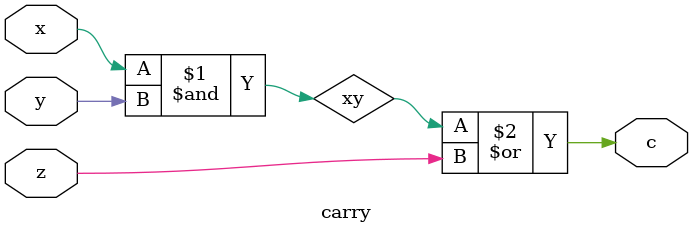
<source format=v>
module adder64bitCLA(clk, a, b, cin, s, cout);
input clk, a, b, cin;
output s, cout;

parameter n = 64;
wire [n-1:0] a, b, s;
wire cin, cout;

// All your wires and instantiations to construct the top-level module must go
// here. Do not change the input-output interface provided above since Vis will
// fail equivalence checking.

wire [15:0] s0,s1,s2,s3;
wire c16,c32,c48;

adder16bitCLA addr0(clk,a[15:0],b[15:0],cin,s0,c16);
adder16bitCLA addr1(clk,a[16:31],b[16:31],c16,s1,c32);
adder16bitCLA addr2(clk,a[32:47],b[32:47],c32,s2,c48);
adder16bitCLA addr3(clk,a[48:63],b[48:63],c48,s3,cout);

assign s = {s3,s2,s1,s0};
endmodule

// Your smallest adders must be modularized to at least 4 (or fewer) inputs in
// an adder4bitCLA (or appropriately named) module. You may need to design
// other modules, and all your code, with supporting documentation, must follow
// below this line.

module adder16bitCLA(clk,a,b,cin,s,cout);
input a,b;
input cin, clk;
output s;
output cout;
wire [15:0] a,b,s;
wire cin,cout;
wire [3:0] s0,s1,s2,s3;
wire gg0,pg0,gg4,pg4,gg8,pg8,gg12,pg12,c4,c8,c12; 

adder4bitCLA addr0(clk,a[3:0],b[3:0],cin,s0,c4);
adder4bitCLA addr1(clk,a[4:7],b[4:7],c4,s1,c8);
adder4bitCLA addr2(clk,a[8:11],b[8:11],c8,s2,c12);
adder4bitCLA addr3(clk,a[12:15],b[12:15],c12,s3,cout);

assign s = {s3,s2,s1,s0};
endmodule

module adder4bitCLA(clk,a,b,cin,s,cout);
input [3:0] a,b;
input cin, clk;
output[3:0] s;
output cout;
wire g0,g1,g2,g3,p0,p1,p2,p3,c1,c2,c3,gg,pg; 

gen gen0(a[0],b[0],g0);
gen gen1(a[1],b[1],g1);
gen gen2(a[2],b[2],g2);
gen gen3(a[3],b[3],g3);

prop prop0(a[0],b[0],p0);
prop prop1(a[1],b[1],p1);
prop prop2(a[2],b[2],p2);
prop prop3(a[3],b[3],p3);

carry cr1(p0,cin,g0,c1);
carry cr2(p1,c1,g1,c2);
carry cr3(p2,c2,g2,c3);
carry cr4(p3,c3,g3,cout);

xor(s[0],p0,cin);
xor(s[1],p1,c1);
xor(s[2],p2,c2);
xor(s[3],p3,c3);
endmodule

module gen(x,y,g);
input x,y;
output g;
and(g,x,y);
endmodule

module prop(x,y,p);
input x,y;
output p;
xor(p,x,y);
endmodule

module carry(x,y,z,c);
input x,y,z;
output c;
wire xy;
and(xy,x,y);
or(c,xy,z);
endmodule

</source>
